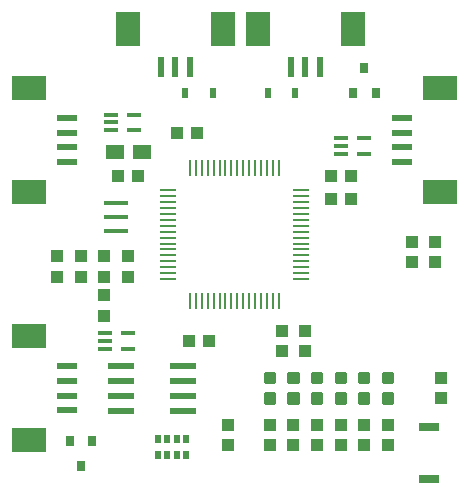
<source format=gtp>
G75*
%MOIN*%
%OFA0B0*%
%FSLAX25Y25*%
%IPPOS*%
%LPD*%
%AMOC8*
5,1,8,0,0,1.08239X$1,22.5*
%
%ADD10R,0.05800X0.01100*%
%ADD11R,0.01100X0.05800*%
%ADD12R,0.06000X0.05000*%
%ADD13R,0.04331X0.03937*%
%ADD14R,0.03937X0.04331*%
%ADD15R,0.07874X0.01575*%
%ADD16R,0.01969X0.07087*%
%ADD17R,0.08268X0.11811*%
%ADD18R,0.07087X0.01969*%
%ADD19R,0.11811X0.08268*%
%ADD20C,0.01181*%
%ADD21R,0.08700X0.02400*%
%ADD22R,0.04600X0.01400*%
%ADD23R,0.03150X0.03543*%
%ADD24R,0.02480X0.03268*%
%ADD25R,0.01969X0.03150*%
%ADD26R,0.07087X0.03150*%
D10*
X0066014Y0108747D03*
X0066014Y0110747D03*
X0066014Y0112747D03*
X0066014Y0114647D03*
X0066014Y0116647D03*
X0066014Y0118647D03*
X0066014Y0120547D03*
X0066014Y0122547D03*
X0066014Y0124547D03*
X0066014Y0126547D03*
X0066014Y0128447D03*
X0066014Y0130447D03*
X0066014Y0132447D03*
X0066014Y0134347D03*
X0066014Y0136347D03*
X0066014Y0138347D03*
X0110214Y0138347D03*
X0110214Y0136347D03*
X0110214Y0134347D03*
X0110214Y0132447D03*
X0110214Y0130447D03*
X0110214Y0128447D03*
X0110214Y0126547D03*
X0110214Y0124547D03*
X0110214Y0122547D03*
X0110214Y0120547D03*
X0110214Y0118647D03*
X0110214Y0116647D03*
X0110214Y0114647D03*
X0110214Y0112747D03*
X0110214Y0110747D03*
X0110214Y0108747D03*
D11*
X0102914Y0101447D03*
X0100914Y0101447D03*
X0098914Y0101447D03*
X0097014Y0101447D03*
X0095014Y0101447D03*
X0093014Y0101447D03*
X0091114Y0101447D03*
X0089114Y0101447D03*
X0087114Y0101447D03*
X0085114Y0101447D03*
X0083214Y0101447D03*
X0081214Y0101447D03*
X0079214Y0101447D03*
X0077314Y0101447D03*
X0075314Y0101447D03*
X0073314Y0101447D03*
X0073314Y0145647D03*
X0075314Y0145647D03*
X0077314Y0145647D03*
X0079214Y0145647D03*
X0081214Y0145647D03*
X0083214Y0145647D03*
X0085114Y0145647D03*
X0087114Y0145647D03*
X0089114Y0145647D03*
X0091114Y0145647D03*
X0093014Y0145647D03*
X0095014Y0145647D03*
X0097014Y0145647D03*
X0098914Y0145647D03*
X0100914Y0145647D03*
X0102914Y0145647D03*
D12*
X0057181Y0151106D03*
X0048181Y0151106D03*
D13*
X0049335Y0143232D03*
X0056028Y0143232D03*
X0069020Y0157406D03*
X0075713Y0157406D03*
X0120201Y0143232D03*
X0126894Y0143232D03*
X0126894Y0135358D03*
X0120201Y0135358D03*
X0079650Y0088114D03*
X0072957Y0088114D03*
D14*
X0052681Y0109571D03*
X0052681Y0116264D03*
X0044807Y0116264D03*
X0044807Y0109571D03*
X0044807Y0103272D03*
X0044807Y0096579D03*
X0036933Y0109571D03*
X0036933Y0116264D03*
X0029059Y0116264D03*
X0029059Y0109571D03*
X0086146Y0059965D03*
X0086146Y0053272D03*
X0099925Y0053272D03*
X0099925Y0059965D03*
X0107799Y0059965D03*
X0107799Y0053272D03*
X0115673Y0053272D03*
X0115673Y0059965D03*
X0123547Y0059965D03*
X0123547Y0053272D03*
X0131421Y0053272D03*
X0131421Y0059965D03*
X0139295Y0059965D03*
X0139295Y0053272D03*
X0157012Y0069020D03*
X0157012Y0075713D03*
X0155043Y0114295D03*
X0155043Y0120988D03*
X0147169Y0120988D03*
X0147169Y0114295D03*
X0111736Y0091461D03*
X0111736Y0084768D03*
X0103862Y0084768D03*
X0103862Y0091461D03*
D15*
X0048744Y0124728D03*
X0048744Y0129453D03*
X0048744Y0134177D03*
D16*
X0063508Y0179453D03*
X0068429Y0179453D03*
X0073350Y0179453D03*
X0106815Y0179453D03*
X0111736Y0179453D03*
X0116657Y0179453D03*
D17*
X0127484Y0192051D03*
X0095988Y0192051D03*
X0084177Y0192051D03*
X0052681Y0192051D03*
D18*
X0032209Y0162425D03*
X0032209Y0157504D03*
X0032209Y0152583D03*
X0032209Y0147661D03*
X0032209Y0079748D03*
X0032209Y0074827D03*
X0032209Y0069906D03*
X0032209Y0064984D03*
X0144020Y0147661D03*
X0144020Y0152583D03*
X0144020Y0157504D03*
X0144020Y0162425D03*
D19*
X0156618Y0172465D03*
X0156618Y0137622D03*
X0019610Y0137622D03*
X0019610Y0172465D03*
X0019610Y0089787D03*
X0019610Y0054945D03*
D20*
X0098547Y0067535D02*
X0101303Y0067535D01*
X0098547Y0067535D02*
X0098547Y0070291D01*
X0101303Y0070291D01*
X0101303Y0067535D01*
X0101303Y0068715D02*
X0098547Y0068715D01*
X0098547Y0069895D02*
X0101303Y0069895D01*
X0101303Y0074441D02*
X0098547Y0074441D01*
X0098547Y0077197D01*
X0101303Y0077197D01*
X0101303Y0074441D01*
X0101303Y0075621D02*
X0098547Y0075621D01*
X0098547Y0076801D02*
X0101303Y0076801D01*
X0106421Y0074441D02*
X0109177Y0074441D01*
X0106421Y0074441D02*
X0106421Y0077197D01*
X0109177Y0077197D01*
X0109177Y0074441D01*
X0109177Y0075621D02*
X0106421Y0075621D01*
X0106421Y0076801D02*
X0109177Y0076801D01*
X0114295Y0074441D02*
X0117051Y0074441D01*
X0114295Y0074441D02*
X0114295Y0077197D01*
X0117051Y0077197D01*
X0117051Y0074441D01*
X0117051Y0075621D02*
X0114295Y0075621D01*
X0114295Y0076801D02*
X0117051Y0076801D01*
X0122169Y0074441D02*
X0124925Y0074441D01*
X0122169Y0074441D02*
X0122169Y0077197D01*
X0124925Y0077197D01*
X0124925Y0074441D01*
X0124925Y0075621D02*
X0122169Y0075621D01*
X0122169Y0076801D02*
X0124925Y0076801D01*
X0130043Y0074441D02*
X0132799Y0074441D01*
X0130043Y0074441D02*
X0130043Y0077197D01*
X0132799Y0077197D01*
X0132799Y0074441D01*
X0132799Y0075621D02*
X0130043Y0075621D01*
X0130043Y0076801D02*
X0132799Y0076801D01*
X0137917Y0074441D02*
X0140673Y0074441D01*
X0137917Y0074441D02*
X0137917Y0077197D01*
X0140673Y0077197D01*
X0140673Y0074441D01*
X0140673Y0075621D02*
X0137917Y0075621D01*
X0137917Y0076801D02*
X0140673Y0076801D01*
X0140673Y0067535D02*
X0137917Y0067535D01*
X0137917Y0070291D01*
X0140673Y0070291D01*
X0140673Y0067535D01*
X0140673Y0068715D02*
X0137917Y0068715D01*
X0137917Y0069895D02*
X0140673Y0069895D01*
X0132799Y0067535D02*
X0130043Y0067535D01*
X0130043Y0070291D01*
X0132799Y0070291D01*
X0132799Y0067535D01*
X0132799Y0068715D02*
X0130043Y0068715D01*
X0130043Y0069895D02*
X0132799Y0069895D01*
X0124925Y0067535D02*
X0122169Y0067535D01*
X0122169Y0070291D01*
X0124925Y0070291D01*
X0124925Y0067535D01*
X0124925Y0068715D02*
X0122169Y0068715D01*
X0122169Y0069895D02*
X0124925Y0069895D01*
X0117051Y0067535D02*
X0114295Y0067535D01*
X0114295Y0070291D01*
X0117051Y0070291D01*
X0117051Y0067535D01*
X0117051Y0068715D02*
X0114295Y0068715D01*
X0114295Y0069895D02*
X0117051Y0069895D01*
X0109177Y0067535D02*
X0106421Y0067535D01*
X0106421Y0070291D01*
X0109177Y0070291D01*
X0109177Y0067535D01*
X0109177Y0068715D02*
X0106421Y0068715D01*
X0106421Y0069895D02*
X0109177Y0069895D01*
D21*
X0070855Y0069866D03*
X0070855Y0064866D03*
X0070855Y0074866D03*
X0070855Y0079866D03*
X0050255Y0079866D03*
X0050255Y0074866D03*
X0050255Y0069866D03*
X0050255Y0064866D03*
D22*
X0052544Y0085514D03*
X0052544Y0090714D03*
X0044944Y0090714D03*
X0044944Y0088114D03*
X0044944Y0085514D03*
X0046913Y0158349D03*
X0046913Y0160949D03*
X0046913Y0163549D03*
X0054513Y0163549D03*
X0054513Y0158349D03*
X0123684Y0155675D03*
X0123684Y0153075D03*
X0123684Y0150475D03*
X0131284Y0150475D03*
X0131284Y0155675D03*
D23*
X0036933Y0046382D03*
X0033193Y0054650D03*
X0040673Y0054650D03*
X0127681Y0170791D03*
X0135161Y0170791D03*
X0131421Y0179059D03*
D24*
X0108390Y0170791D03*
X0099335Y0170791D03*
X0080831Y0170791D03*
X0071776Y0170791D03*
D25*
X0071972Y0055437D03*
X0068823Y0055437D03*
X0065673Y0055437D03*
X0062524Y0055437D03*
X0062524Y0049925D03*
X0065673Y0049925D03*
X0068823Y0049925D03*
X0071972Y0049925D03*
D26*
X0153075Y0041933D03*
X0153075Y0059492D03*
M02*

</source>
